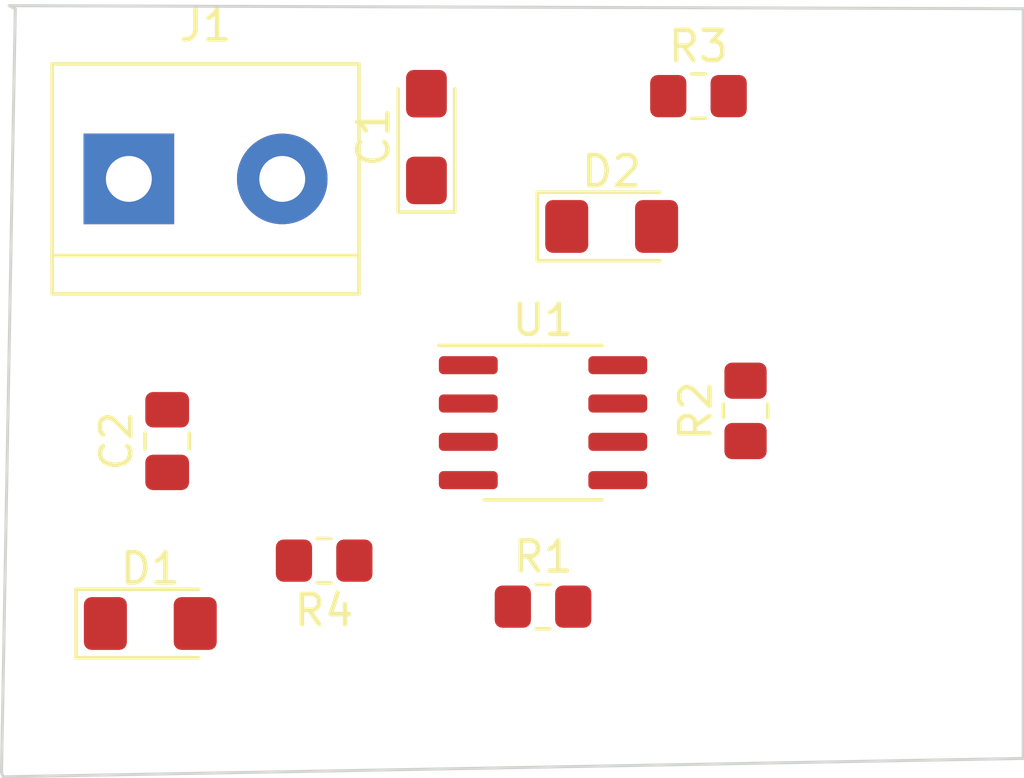
<source format=kicad_pcb>
(kicad_pcb (version 20211014) (generator pcbnew)
  (layers (0 "F.Cu" signal) (31 "B.Cu" signal) (34 "B.Paste" user) (35 "F.Paste" user) (36 "B.SilkS" user "B.Silkscreen") (37 "F.SilkS" user "F.Silkscreen") (38 "B.Mask" user) (39 "F.Mask" user) (44 "Edge.Cuts" user))
  (net 0 "")
  (net 1 "/pin_2")
  (net 2 "GND")
  (net 3 "Net-(C2-Pad1)")
  (net 4 "Net-(D1-Pad1)")
  (net 5 "+9V")
  (net 6 "Net-(D2-Pad2)")
  (net 7 "/pin_7")
  (net 8 "/pin_3")
  (footprint "LED_SMD:LED_1206_3216Metric_Pad1.42x1.75mm_HandSolder" (layer "F.Cu") (at 137.0949 85.2932)
    (fp_text reference "D2" (at 0 -1.82) (layer "F.SilkS"))
    (fp_text value "LED")
    (fp_line (start -2.46 1.135) (end 1.6 1.135) (layer "F.SilkS") (width 0.12))
    (fp_line (start 1.6 -1.135) (end -2.46 -1.135) (layer "F.SilkS") (width 0.12))
    (fp_line (start -2.46 -1.135) (end -2.46 1.135) (layer "F.SilkS") (width 0.12))
    (pad "1" smd roundrect (at -1.4875 0) (size 1.425 1.75) (layers "F.Cu" "F.Paste" "F.Mask") (roundrect_rratio 0.175439) (net 2 "GND"))
    (pad "2" smd roundrect (at 1.4875 0) (size 1.425 1.75) (layers "F.Cu" "F.Paste" "F.Mask") (roundrect_rratio 0.175439) (net 6 "Net-(D2-Pad2)"))
  )
  (footprint "TerminalBlock:TerminalBlock_bornier-2_P5.08mm" (layer "F.Cu") (at 121.1072 83.7184)
    (fp_text reference "J1" (at 2.54 -5.08) (layer "F.SilkS"))
    (fp_text value "Conn_01x02_Male")
    (fp_line (start -2.54 3.81) (end 7.62 3.81) (layer "F.SilkS") (width 0.12))
    (fp_line (start 7.62 -3.81) (end -2.54 -3.81) (layer "F.SilkS") (width 0.12))
    (fp_line (start 7.62 3.81) (end 7.62 -3.81) (layer "F.SilkS") (width 0.12))
    (fp_line (start -2.54 -3.81) (end -2.54 3.81) (layer "F.SilkS") (width 0.12))
    (fp_line (start 7.62 2.54) (end -2.54 2.54) (layer "F.SilkS") (width 0.12))
    (pad "1" thru_hole rect (at 0 0) (size 3 3) (drill 1.52) (layers *.Cu *.Mask) (net 5 "+9V"))
    (pad "2" thru_hole circle (at 5.08 0) (size 3 3) (drill 1.52) (layers *.Cu *.Mask) (net 2 "GND"))
  )
  (footprint "Resistor_SMD:R_0805_2012Metric_Pad1.20x1.40mm_HandSolder" (layer "F.Cu") (at 127.5748 96.3676 180)
    (fp_text reference "R4" (at 0 -1.65) (layer "F.SilkS"))
    (fp_text value "1 k")
    (fp_line (start -0.227064 -0.735) (end 0.227064 -0.735) (layer "F.SilkS") (width 0.12))
    (fp_line (start -0.227064 0.735) (end 0.227064 0.735) (layer "F.SilkS") (width 0.12))
    (pad "1" smd roundrect (at -1 0 180) (size 1.2 1.4) (layers "F.Cu" "F.Paste" "F.Mask") (roundrect_rratio 0.208333) (net 8 "/pin_3"))
    (pad "2" smd roundrect (at 1 0 180) (size 1.2 1.4) (layers "F.Cu" "F.Paste" "F.Mask") (roundrect_rratio 0.208333) (net 6 "Net-(D2-Pad2)"))
  )
  (footprint "LED_SMD:LED_1206_3216Metric_Pad1.42x1.75mm_HandSolder" (layer "F.Cu") (at 121.8184 98.4504)
    (fp_text reference "D1" (at 0 -1.82) (layer "F.SilkS"))
    (fp_text value "LED")
    (fp_line (start -2.46 1.135) (end 1.6 1.135) (layer "F.SilkS") (width 0.12))
    (fp_line (start 1.6 -1.135) (end -2.46 -1.135) (layer "F.SilkS") (width 0.12))
    (fp_line (start -2.46 -1.135) (end -2.46 1.135) (layer "F.SilkS") (width 0.12))
    (pad "1" smd roundrect (at -1.4875 0) (size 1.425 1.75) (layers "F.Cu" "F.Paste" "F.Mask") (roundrect_rratio 0.175439) (net 4 "Net-(D1-Pad1)"))
    (pad "2" smd roundrect (at 1.4875 0) (size 1.425 1.75) (layers "F.Cu" "F.Paste" "F.Mask") (roundrect_rratio 0.175439) (net 5 "+9V"))
  )
  (footprint "Package_SO:SOIC-8_3.9x4.9mm_P1.27mm" (layer "F.Cu") (at 134.8232 91.7956)
    (fp_text reference "U1" (at 0 -3.4) (layer "F.SilkS"))
    (fp_text value "NE555D")
    (fp_line (start 0 -2.56) (end -3.45 -2.56) (layer "F.SilkS") (width 0.12))
    (fp_line (start 0 2.56) (end -1.95 2.56) (layer "F.SilkS") (width 0.12))
    (fp_line (start 0 -2.56) (end 1.95 -2.56) (layer "F.SilkS") (width 0.12))
    (fp_line (start 0 2.56) (end 1.95 2.56) (layer "F.SilkS") (width 0.12))
    (pad "1" smd roundrect (at -2.475 -1.905) (size 1.95 0.6) (layers "F.Cu" "F.Paste" "F.Mask") (net 2 "GND"))
    (pad "2" smd roundrect (at -2.475 -0.635) (size 1.95 0.6) (layers "F.Cu" "F.Paste" "F.Mask") (net 1 "/pin_2"))
    (pad "3" smd roundrect (at -2.475 0.635) (size 1.95 0.6) (layers "F.Cu" "F.Paste" "F.Mask") (net 8 "/pin_3"))
    (pad "4" smd roundrect (at -2.475 1.905) (size 1.95 0.6) (layers "F.Cu" "F.Paste" "F.Mask") (net 5 "+9V"))
    (pad "5" smd roundrect (at 2.475 1.905) (size 1.95 0.6) (layers "F.Cu" "F.Paste" "F.Mask") (net 3 "Net-(C2-Pad1)"))
    (pad "6" smd roundrect (at 2.475 0.635) (size 1.95 0.6) (layers "F.Cu" "F.Paste" "F.Mask") (net 1 "/pin_2"))
    (pad "7" smd roundrect (at 2.475 -0.635) (size 1.95 0.6) (layers "F.Cu" "F.Paste" "F.Mask") (net 7 "/pin_7"))
    (pad "8" smd roundrect (at 2.475 -1.905) (size 1.95 0.6) (layers "F.Cu" "F.Paste" "F.Mask") (net 5 "+9V"))
  )
  (footprint "Resistor_SMD:R_0805_2012Metric_Pad1.20x1.40mm_HandSolder" (layer "F.Cu") (at 141.5288 91.4052 90)
    (fp_text reference "R2" (at 0 -1.65 90) (layer "F.SilkS"))
    (fp_text value "10 k")
    (fp_line (start -0.227064 -0.735) (end 0.227064 -0.735) (layer "F.SilkS") (width 0.12))
    (fp_line (start -0.227064 0.735) (end 0.227064 0.735) (layer "F.SilkS") (width 0.12))
    (pad "1" smd roundrect (at -1 0 90) (size 1.2 1.4) (layers "F.Cu" "F.Paste" "F.Mask") (roundrect_rratio 0.208333) (net 7 "/pin_7"))
    (pad "2" smd roundrect (at 1 0 90) (size 1.2 1.4) (layers "F.Cu" "F.Paste" "F.Mask") (roundrect_rratio 0.208333) (net 1 "/pin_2"))
  )
  (footprint "Capacitor_Tantalum_SMD:CP_EIA-3216-18_Kemet-A_Pad1.58x1.35mm_HandSolder" (layer "F.Cu") (at 130.9624 82.3317 90)
    (fp_text reference "C1" (at 0 -1.75 90) (layer "F.SilkS"))
    (fp_text value "10 uF")
    (fp_line (start -2.485 0.935) (end 1.6 0.935) (layer "F.SilkS") (width 0.12))
    (fp_line (start -2.485 -0.935) (end -2.485 0.935) (layer "F.SilkS") (width 0.12))
    (fp_line (start 1.6 -0.935) (end -2.485 -0.935) (layer "F.SilkS") (width 0.12))
    (pad "1" smd roundrect (at -1.4375 0 90) (size 1.575 1.35) (layers "F.Cu" "F.Paste" "F.Mask") (roundrect_rratio 0.185185) (net 1 "/pin_2"))
    (pad "2" smd roundrect (at 1.4375 0 90) (size 1.575 1.35) (layers "F.Cu" "F.Paste" "F.Mask") (roundrect_rratio 0.185185) (net 2 "GND"))
  )
  (footprint "Resistor_SMD:R_0805_2012Metric_Pad1.20x1.40mm_HandSolder" (layer "F.Cu") (at 139.97 80.9752)
    (fp_text reference "R3" (at 0 -1.65) (layer "F.SilkS"))
    (fp_text value "R")
    (fp_line (start -0.227064 0.735) (end 0.227064 0.735) (layer "F.SilkS") (width 0.12))
    (fp_line (start -0.227064 -0.735) (end 0.227064 -0.735) (layer "F.SilkS") (width 0.12))
    (pad "1" smd roundrect (at -1 0) (size 1.2 1.4) (layers "F.Cu" "F.Paste" "F.Mask") (roundrect_rratio 0.208333) (net 4 "Net-(D1-Pad1)"))
    (pad "2" smd roundrect (at 1 0) (size 1.2 1.4) (layers "F.Cu" "F.Paste" "F.Mask") (roundrect_rratio 0.208333) (net 8 "/pin_3"))
  )
  (footprint "Capacitor_SMD:C_0805_2012Metric_Pad1.18x1.45mm_HandSolder" (layer "F.Cu") (at 122.3772 92.4052 90)
    (fp_text reference "C2" (at 0 -1.68 90) (layer "F.SilkS"))
    (fp_text value "0.01 uF")
    (fp_line (start -0.261252 -0.735) (end 0.261252 -0.735) (layer "F.SilkS") (width 0.12))
    (fp_line (start -0.261252 0.735) (end 0.261252 0.735) (layer "F.SilkS") (width 0.12))
    (pad "1" smd roundrect (at -1.0375 0 90) (size 1.175 1.45) (layers "F.Cu" "F.Paste" "F.Mask") (roundrect_rratio 0.212766) (net 3 "Net-(C2-Pad1)"))
    (pad "2" smd roundrect (at 1.0375 0 90) (size 1.175 1.45) (layers "F.Cu" "F.Paste" "F.Mask") (roundrect_rratio 0.212766) (net 2 "GND"))
  )
  (footprint "Resistor_SMD:R_0805_2012Metric_Pad1.20x1.40mm_HandSolder" (layer "F.Cu") (at 134.8232 97.8916)
    (fp_text reference "R1" (at 0 -1.65) (layer "F.SilkS"))
    (fp_text value "1 k")
    (fp_line (start -0.227064 0.735) (end 0.227064 0.735) (layer "F.SilkS") (width 0.12))
    (fp_line (start -0.227064 -0.735) (end 0.227064 -0.735) (layer "F.SilkS") (width 0.12))
    (pad "1" smd roundrect (at -1 0) (size 1.2 1.4) (layers "F.Cu" "F.Paste" "F.Mask") (roundrect_rratio 0.208333) (net 5 "+9V"))
    (pad "2" smd roundrect (at 1 0) (size 1.2 1.4) (layers "F.Cu" "F.Paste" "F.Mask") (roundrect_rratio 0.208333) (net 7 "/pin_7"))
  )
  (gr_poly (pts (xy 150.7236 78.0796) (xy 150.7236 102.9208) (xy 116.9416 103.5304) (xy 116.8908 103.378) (xy 117.348 78.0796) (xy 117.1448 77.978)) (layer "Edge.Cuts") (width 0.1) (fill none))
)
</source>
